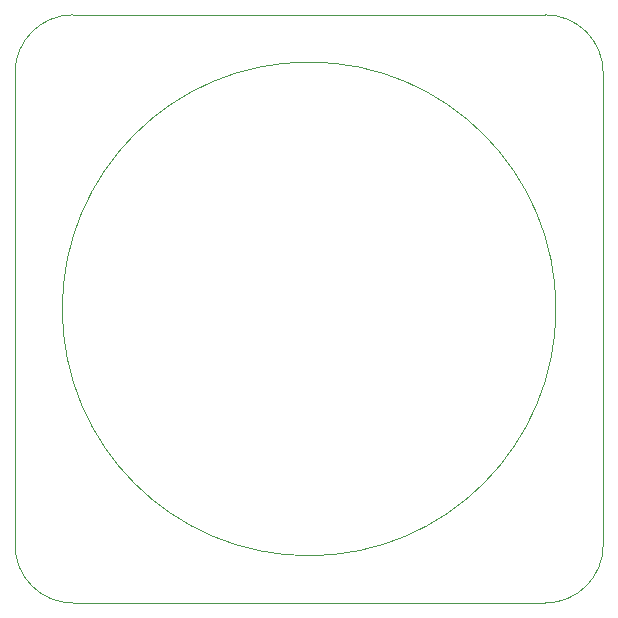
<source format=gm1>
G04 #@! TF.GenerationSoftware,KiCad,Pcbnew,6.0.0-d3dd2cf0fa~116~ubuntu20.04.1*
G04 #@! TF.CreationDate,2022-01-19T00:51:47+01:00*
G04 #@! TF.ProjectId,lensmount,6c656e73-6d6f-4756-9e74-2e6b69636164,rev?*
G04 #@! TF.SameCoordinates,Original*
G04 #@! TF.FileFunction,Profile,NP*
%FSLAX46Y46*%
G04 Gerber Fmt 4.6, Leading zero omitted, Abs format (unit mm)*
G04 Created by KiCad (PCBNEW 6.0.0-d3dd2cf0fa~116~ubuntu20.04.1) date 2022-01-19 00:51:47*
%MOMM*%
%LPD*%
G01*
G04 APERTURE LIST*
G04 #@! TA.AperFunction,Profile*
%ADD10C,0.050000*%
G04 #@! TD*
G04 APERTURE END LIST*
D10*
X75100000Y-120000000D02*
G75*
G03*
X80000001Y-124900001I4900001J0D01*
G01*
X120000000Y-124900000D02*
G75*
G03*
X124900000Y-120000000I0J4900000D01*
G01*
X120000000Y-124900000D02*
X80000000Y-124900000D01*
X124900000Y-80000000D02*
X124900000Y-120000000D01*
X75100000Y-80000000D02*
X75100000Y-120000000D01*
X80000000Y-75100000D02*
G75*
G03*
X75100000Y-80000000I0J-4900000D01*
G01*
X124900000Y-80000000D02*
G75*
G03*
X120000000Y-75100000I-4900000J0D01*
G01*
X80000000Y-75100000D02*
X120000000Y-75100000D01*
X120900000Y-100000000D02*
G75*
G03*
X120900000Y-100000000I-20900000J0D01*
G01*
M02*

</source>
